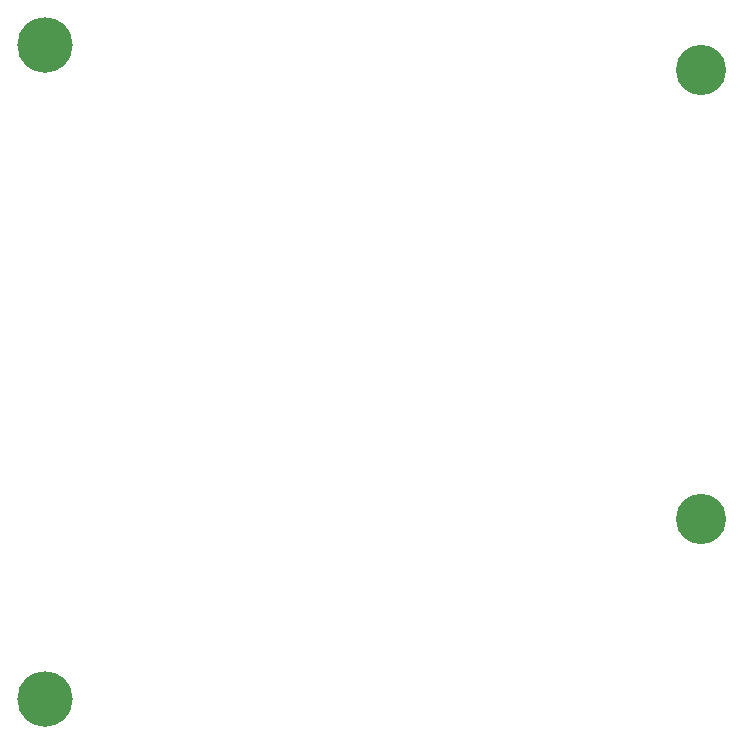
<source format=gbr>
%TF.GenerationSoftware,Novarm,DipTrace,4.0.0.5*%
%TF.CreationDate,2022-05-21T16:57:37-06:00*%
%FSLAX26Y26*%
%MOIN*%
%TF.FileFunction,NonPlated,1,2,NPTH,Drill*%
%TF.Part,Single*%
%TA.AperFunction,MechanicalDrill*%
%ADD28C,0.185039*%
%ADD29C,0.167323*%
G75*
G01*
D28*
X808661Y539234D3*
Y2721060D3*
D29*
X2992126Y2637795D3*
Y1141732D3*
M02*

</source>
